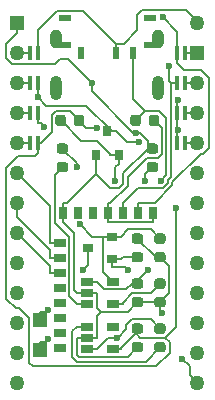
<source format=gbl>
G04 #@! TF.GenerationSoftware,KiCad,Pcbnew,(5.1.6)-1*
G04 #@! TF.CreationDate,2020-06-11T17:33:57+01:00*
G04 #@! TF.ProjectId,nrfmicro,6e72666d-6963-4726-9f2e-6b696361645f,rev?*
G04 #@! TF.SameCoordinates,Original*
G04 #@! TF.FileFunction,Copper,L2,Bot*
G04 #@! TF.FilePolarity,Positive*
%FSLAX46Y46*%
G04 Gerber Fmt 4.6, Leading zero omitted, Abs format (unit mm)*
G04 Created by KiCad (PCBNEW (5.1.6)-1) date 2020-06-11 17:33:57*
%MOMM*%
%LPD*%
G01*
G04 APERTURE LIST*
G04 #@! TA.AperFunction,SMDPad,CuDef*
%ADD10R,1.060000X0.650000*%
G04 #@! TD*
G04 #@! TA.AperFunction,ComponentPad*
%ADD11R,1.000000X0.650000*%
G04 #@! TD*
G04 #@! TA.AperFunction,ComponentPad*
%ADD12R,0.650000X1.000000*%
G04 #@! TD*
G04 #@! TA.AperFunction,ComponentPad*
%ADD13O,1.000000X2.100000*%
G04 #@! TD*
G04 #@! TA.AperFunction,ComponentPad*
%ADD14O,1.000000X1.600000*%
G04 #@! TD*
G04 #@! TA.AperFunction,ComponentPad*
%ADD15R,1.250000X1.250000*%
G04 #@! TD*
G04 #@! TA.AperFunction,ComponentPad*
%ADD16C,1.270000*%
G04 #@! TD*
G04 #@! TA.AperFunction,SMDPad,CuDef*
%ADD17R,1.270000X1.270000*%
G04 #@! TD*
G04 #@! TA.AperFunction,ComponentPad*
%ADD18R,1.270000X1.270000*%
G04 #@! TD*
G04 #@! TA.AperFunction,SMDPad,CuDef*
%ADD19R,1.000000X0.600000*%
G04 #@! TD*
G04 #@! TA.AperFunction,SMDPad,CuDef*
%ADD20R,1.100000X0.600000*%
G04 #@! TD*
G04 #@! TA.AperFunction,SMDPad,CuDef*
%ADD21R,0.600000X1.000000*%
G04 #@! TD*
G04 #@! TA.AperFunction,SMDPad,CuDef*
%ADD22R,0.800000X0.900000*%
G04 #@! TD*
G04 #@! TA.AperFunction,SMDPad,CuDef*
%ADD23R,0.400000X1.143000*%
G04 #@! TD*
G04 #@! TA.AperFunction,SMDPad,CuDef*
%ADD24R,0.900000X0.800000*%
G04 #@! TD*
G04 #@! TA.AperFunction,ViaPad*
%ADD25C,0.600000*%
G04 #@! TD*
G04 #@! TA.AperFunction,Conductor*
%ADD26C,0.200000*%
G04 #@! TD*
G04 APERTURE END LIST*
D10*
X104267000Y-137433000D03*
X104267000Y-135533000D03*
X102067000Y-135533000D03*
X102067000Y-136483000D03*
X102067000Y-137433000D03*
D11*
X99761000Y-128415000D03*
X99761000Y-129685000D03*
X99761000Y-130955000D03*
X99761000Y-132225000D03*
X99761000Y-133495000D03*
X99761000Y-134765000D03*
X99761000Y-136035000D03*
X99761000Y-137305000D03*
D12*
X106365000Y-125875000D03*
X107635000Y-125875000D03*
X102555000Y-125875000D03*
X105095000Y-125875000D03*
X101285000Y-125875000D03*
X100015000Y-125875000D03*
X103825000Y-125875000D03*
D13*
X108122000Y-115323000D03*
X99482000Y-115323000D03*
D14*
X108122000Y-111143000D03*
X99482000Y-111143000D03*
G04 #@! TA.AperFunction,SMDPad,CuDef*
G36*
G01*
X106598250Y-128513000D02*
X106085750Y-128513000D01*
G75*
G02*
X105867000Y-128294250I0J218750D01*
G01*
X105867000Y-127856750D01*
G75*
G02*
X106085750Y-127638000I218750J0D01*
G01*
X106598250Y-127638000D01*
G75*
G02*
X106817000Y-127856750I0J-218750D01*
G01*
X106817000Y-128294250D01*
G75*
G02*
X106598250Y-128513000I-218750J0D01*
G01*
G37*
G04 #@! TD.AperFunction*
G04 #@! TA.AperFunction,SMDPad,CuDef*
G36*
G01*
X106598250Y-130088000D02*
X106085750Y-130088000D01*
G75*
G02*
X105867000Y-129869250I0J218750D01*
G01*
X105867000Y-129431750D01*
G75*
G02*
X106085750Y-129213000I218750J0D01*
G01*
X106598250Y-129213000D01*
G75*
G02*
X106817000Y-129431750I0J-218750D01*
G01*
X106817000Y-129869250D01*
G75*
G02*
X106598250Y-130088000I-218750J0D01*
G01*
G37*
G04 #@! TD.AperFunction*
G04 #@! TA.AperFunction,SMDPad,CuDef*
G36*
G01*
X106085750Y-133023000D02*
X106598250Y-133023000D01*
G75*
G02*
X106817000Y-133241750I0J-218750D01*
G01*
X106817000Y-133679250D01*
G75*
G02*
X106598250Y-133898000I-218750J0D01*
G01*
X106085750Y-133898000D01*
G75*
G02*
X105867000Y-133679250I0J218750D01*
G01*
X105867000Y-133241750D01*
G75*
G02*
X106085750Y-133023000I218750J0D01*
G01*
G37*
G04 #@! TD.AperFunction*
G04 #@! TA.AperFunction,SMDPad,CuDef*
G36*
G01*
X106085750Y-131448000D02*
X106598250Y-131448000D01*
G75*
G02*
X106817000Y-131666750I0J-218750D01*
G01*
X106817000Y-132104250D01*
G75*
G02*
X106598250Y-132323000I-218750J0D01*
G01*
X106085750Y-132323000D01*
G75*
G02*
X105867000Y-132104250I0J218750D01*
G01*
X105867000Y-131666750D01*
G75*
G02*
X106085750Y-131448000I218750J0D01*
G01*
G37*
G04 #@! TD.AperFunction*
G04 #@! TA.AperFunction,SMDPad,CuDef*
G36*
G01*
X106085750Y-136833000D02*
X106598250Y-136833000D01*
G75*
G02*
X106817000Y-137051750I0J-218750D01*
G01*
X106817000Y-137489250D01*
G75*
G02*
X106598250Y-137708000I-218750J0D01*
G01*
X106085750Y-137708000D01*
G75*
G02*
X105867000Y-137489250I0J218750D01*
G01*
X105867000Y-137051750D01*
G75*
G02*
X106085750Y-136833000I218750J0D01*
G01*
G37*
G04 #@! TD.AperFunction*
G04 #@! TA.AperFunction,SMDPad,CuDef*
G36*
G01*
X106085750Y-135258000D02*
X106598250Y-135258000D01*
G75*
G02*
X106817000Y-135476750I0J-218750D01*
G01*
X106817000Y-135914250D01*
G75*
G02*
X106598250Y-136133000I-218750J0D01*
G01*
X106085750Y-136133000D01*
G75*
G02*
X105867000Y-135914250I0J218750D01*
G01*
X105867000Y-135476750D01*
G75*
G02*
X106085750Y-135258000I218750J0D01*
G01*
G37*
G04 #@! TD.AperFunction*
G04 #@! TA.AperFunction,SMDPad,CuDef*
G36*
G01*
X100277000Y-117811750D02*
X100277000Y-118324250D01*
G75*
G02*
X100058250Y-118543000I-218750J0D01*
G01*
X99620750Y-118543000D01*
G75*
G02*
X99402000Y-118324250I0J218750D01*
G01*
X99402000Y-117811750D01*
G75*
G02*
X99620750Y-117593000I218750J0D01*
G01*
X100058250Y-117593000D01*
G75*
G02*
X100277000Y-117811750I0J-218750D01*
G01*
G37*
G04 #@! TD.AperFunction*
G04 #@! TA.AperFunction,SMDPad,CuDef*
G36*
G01*
X101852000Y-117811750D02*
X101852000Y-118324250D01*
G75*
G02*
X101633250Y-118543000I-218750J0D01*
G01*
X101195750Y-118543000D01*
G75*
G02*
X100977000Y-118324250I0J218750D01*
G01*
X100977000Y-117811750D01*
G75*
G02*
X101195750Y-117593000I218750J0D01*
G01*
X101633250Y-117593000D01*
G75*
G02*
X101852000Y-117811750I0J-218750D01*
G01*
G37*
G04 #@! TD.AperFunction*
G04 #@! TA.AperFunction,SMDPad,CuDef*
G36*
G01*
X107327000Y-118324250D02*
X107327000Y-117811750D01*
G75*
G02*
X107545750Y-117593000I218750J0D01*
G01*
X107983250Y-117593000D01*
G75*
G02*
X108202000Y-117811750I0J-218750D01*
G01*
X108202000Y-118324250D01*
G75*
G02*
X107983250Y-118543000I-218750J0D01*
G01*
X107545750Y-118543000D01*
G75*
G02*
X107327000Y-118324250I0J218750D01*
G01*
G37*
G04 #@! TD.AperFunction*
G04 #@! TA.AperFunction,SMDPad,CuDef*
G36*
G01*
X105752000Y-118324250D02*
X105752000Y-117811750D01*
G75*
G02*
X105970750Y-117593000I218750J0D01*
G01*
X106408250Y-117593000D01*
G75*
G02*
X106627000Y-117811750I0J-218750D01*
G01*
X106627000Y-118324250D01*
G75*
G02*
X106408250Y-118543000I-218750J0D01*
G01*
X105970750Y-118543000D01*
G75*
G02*
X105752000Y-118324250I0J218750D01*
G01*
G37*
G04 #@! TD.AperFunction*
G04 #@! TA.AperFunction,SMDPad,CuDef*
G36*
G01*
X99735250Y-121593000D02*
X100247750Y-121593000D01*
G75*
G02*
X100466500Y-121811750I0J-218750D01*
G01*
X100466500Y-122249250D01*
G75*
G02*
X100247750Y-122468000I-218750J0D01*
G01*
X99735250Y-122468000D01*
G75*
G02*
X99516500Y-122249250I0J218750D01*
G01*
X99516500Y-121811750D01*
G75*
G02*
X99735250Y-121593000I218750J0D01*
G01*
G37*
G04 #@! TD.AperFunction*
G04 #@! TA.AperFunction,SMDPad,CuDef*
G36*
G01*
X99735250Y-120018000D02*
X100247750Y-120018000D01*
G75*
G02*
X100466500Y-120236750I0J-218750D01*
G01*
X100466500Y-120674250D01*
G75*
G02*
X100247750Y-120893000I-218750J0D01*
G01*
X99735250Y-120893000D01*
G75*
G02*
X99516500Y-120674250I0J218750D01*
G01*
X99516500Y-120236750D01*
G75*
G02*
X99735250Y-120018000I218750J0D01*
G01*
G37*
G04 #@! TD.AperFunction*
G04 #@! TA.AperFunction,SMDPad,CuDef*
G36*
G01*
X107868250Y-120893000D02*
X107355750Y-120893000D01*
G75*
G02*
X107137000Y-120674250I0J218750D01*
G01*
X107137000Y-120236750D01*
G75*
G02*
X107355750Y-120018000I218750J0D01*
G01*
X107868250Y-120018000D01*
G75*
G02*
X108087000Y-120236750I0J-218750D01*
G01*
X108087000Y-120674250D01*
G75*
G02*
X107868250Y-120893000I-218750J0D01*
G01*
G37*
G04 #@! TD.AperFunction*
G04 #@! TA.AperFunction,SMDPad,CuDef*
G36*
G01*
X107868250Y-122468000D02*
X107355750Y-122468000D01*
G75*
G02*
X107137000Y-122249250I0J218750D01*
G01*
X107137000Y-121811750D01*
G75*
G02*
X107355750Y-121593000I218750J0D01*
G01*
X107868250Y-121593000D01*
G75*
G02*
X108087000Y-121811750I0J-218750D01*
G01*
X108087000Y-122249250D01*
G75*
G02*
X107868250Y-122468000I-218750J0D01*
G01*
G37*
G04 #@! TD.AperFunction*
G04 #@! TA.AperFunction,SMDPad,CuDef*
G36*
G01*
X107990750Y-129213000D02*
X108503250Y-129213000D01*
G75*
G02*
X108722000Y-129431750I0J-218750D01*
G01*
X108722000Y-129869250D01*
G75*
G02*
X108503250Y-130088000I-218750J0D01*
G01*
X107990750Y-130088000D01*
G75*
G02*
X107772000Y-129869250I0J218750D01*
G01*
X107772000Y-129431750D01*
G75*
G02*
X107990750Y-129213000I218750J0D01*
G01*
G37*
G04 #@! TD.AperFunction*
G04 #@! TA.AperFunction,SMDPad,CuDef*
G36*
G01*
X107990750Y-127638000D02*
X108503250Y-127638000D01*
G75*
G02*
X108722000Y-127856750I0J-218750D01*
G01*
X108722000Y-128294250D01*
G75*
G02*
X108503250Y-128513000I-218750J0D01*
G01*
X107990750Y-128513000D01*
G75*
G02*
X107772000Y-128294250I0J218750D01*
G01*
X107772000Y-127856750D01*
G75*
G02*
X107990750Y-127638000I218750J0D01*
G01*
G37*
G04 #@! TD.AperFunction*
G04 #@! TA.AperFunction,SMDPad,CuDef*
G36*
G01*
X107990750Y-133023000D02*
X108503250Y-133023000D01*
G75*
G02*
X108722000Y-133241750I0J-218750D01*
G01*
X108722000Y-133679250D01*
G75*
G02*
X108503250Y-133898000I-218750J0D01*
G01*
X107990750Y-133898000D01*
G75*
G02*
X107772000Y-133679250I0J218750D01*
G01*
X107772000Y-133241750D01*
G75*
G02*
X107990750Y-133023000I218750J0D01*
G01*
G37*
G04 #@! TD.AperFunction*
G04 #@! TA.AperFunction,SMDPad,CuDef*
G36*
G01*
X107990750Y-131448000D02*
X108503250Y-131448000D01*
G75*
G02*
X108722000Y-131666750I0J-218750D01*
G01*
X108722000Y-132104250D01*
G75*
G02*
X108503250Y-132323000I-218750J0D01*
G01*
X107990750Y-132323000D01*
G75*
G02*
X107772000Y-132104250I0J218750D01*
G01*
X107772000Y-131666750D01*
G75*
G02*
X107990750Y-131448000I218750J0D01*
G01*
G37*
G04 #@! TD.AperFunction*
G04 #@! TA.AperFunction,SMDPad,CuDef*
G36*
G01*
X107990750Y-136833000D02*
X108503250Y-136833000D01*
G75*
G02*
X108722000Y-137051750I0J-218750D01*
G01*
X108722000Y-137489250D01*
G75*
G02*
X108503250Y-137708000I-218750J0D01*
G01*
X107990750Y-137708000D01*
G75*
G02*
X107772000Y-137489250I0J218750D01*
G01*
X107772000Y-137051750D01*
G75*
G02*
X107990750Y-136833000I218750J0D01*
G01*
G37*
G04 #@! TD.AperFunction*
G04 #@! TA.AperFunction,SMDPad,CuDef*
G36*
G01*
X107990750Y-135258000D02*
X108503250Y-135258000D01*
G75*
G02*
X108722000Y-135476750I0J-218750D01*
G01*
X108722000Y-135914250D01*
G75*
G02*
X108503250Y-136133000I-218750J0D01*
G01*
X107990750Y-136133000D01*
G75*
G02*
X107772000Y-135914250I0J218750D01*
G01*
X107772000Y-135476750D01*
G75*
G02*
X107990750Y-135258000I218750J0D01*
G01*
G37*
G04 #@! TD.AperFunction*
D15*
X111422000Y-112353000D03*
D16*
X111422000Y-114893000D03*
X111422000Y-117433000D03*
X111422000Y-119973000D03*
X111422000Y-122513000D03*
X111422000Y-125053000D03*
X111422000Y-127593000D03*
X111422000Y-130133000D03*
X111422000Y-132673000D03*
X111422000Y-135213000D03*
X111422000Y-137753000D03*
X111422000Y-140293000D03*
X96182000Y-140293000D03*
X96182000Y-137753000D03*
X96182000Y-135213000D03*
X96182000Y-132673000D03*
X96182000Y-130133000D03*
X96182000Y-127593000D03*
X96182000Y-125053000D03*
X96182000Y-122513000D03*
X96182000Y-119973000D03*
X96182000Y-117433000D03*
X96182000Y-114893000D03*
X96182000Y-112353000D03*
D17*
X98086533Y-134958775D03*
X98086533Y-137498775D03*
D16*
X111421533Y-109812775D03*
D18*
X96181533Y-109812775D03*
D19*
X107402000Y-111671000D03*
D20*
X107402000Y-109385000D03*
X100202000Y-111671000D03*
D21*
X104502000Y-112378000D03*
X106002000Y-112378000D03*
X101602000Y-112378000D03*
D19*
X100202000Y-109385000D03*
D22*
X103802000Y-118973000D03*
X102852000Y-120973000D03*
X104752000Y-120973000D03*
D23*
X97261000Y-117433000D03*
X97896000Y-117433000D03*
X110342500Y-119973000D03*
X109707500Y-119973000D03*
X97261000Y-112353000D03*
X97896000Y-112353000D03*
X97261000Y-114893000D03*
X97896000Y-114893000D03*
X110342500Y-114893000D03*
X109707500Y-114893000D03*
X110342500Y-117433000D03*
X109707500Y-117433000D03*
X97261000Y-119973000D03*
X97896000Y-119973000D03*
X110342500Y-112353000D03*
X109707500Y-112353000D03*
D24*
X104167000Y-127913000D03*
X104167000Y-129813000D03*
X102167000Y-128863000D03*
D10*
X102067000Y-133623000D03*
X102067000Y-132673000D03*
X102067000Y-131723000D03*
X104267000Y-131723000D03*
X104267000Y-133623000D03*
D25*
X106197500Y-119102400D03*
X108458900Y-134401900D03*
X102479500Y-114924000D03*
X102893700Y-118678400D03*
X109642300Y-125517500D03*
X98467500Y-118632700D03*
X101443700Y-126875400D03*
X107249200Y-130732700D03*
X110151533Y-138260775D03*
X109044900Y-113484000D03*
X108490000Y-109335200D03*
X108303500Y-123155600D03*
X101718800Y-130748800D03*
X107020600Y-123163600D03*
X101199200Y-121968600D03*
X98804200Y-136612900D03*
X98808400Y-134076700D03*
X104470300Y-123161800D03*
X97897400Y-116103300D03*
X106450200Y-119902800D03*
X109810900Y-118869200D03*
X109810900Y-116348300D03*
X104575500Y-136471700D03*
X105506900Y-130741900D03*
D26*
X102852000Y-122613500D02*
X104000600Y-123762100D01*
X104000600Y-123762100D02*
X104786000Y-123762100D01*
X104786000Y-123762100D02*
X105137600Y-123410500D01*
X105137600Y-123410500D02*
X105137600Y-122544700D01*
X105137600Y-122544700D02*
X107226800Y-120455500D01*
X100015000Y-126675300D02*
X100965300Y-127625600D01*
X100965300Y-127625600D02*
X100965300Y-132401600D01*
X100965300Y-132401600D02*
X101236700Y-132673000D01*
X102479500Y-114924000D02*
X102479500Y-115572800D01*
X102479500Y-115572800D02*
X106009100Y-119102400D01*
X106009100Y-119102400D02*
X106197500Y-119102400D01*
X107226800Y-120455500D02*
X107226800Y-119782300D01*
X107226800Y-119782300D02*
X106546900Y-119102400D01*
X106546900Y-119102400D02*
X106197500Y-119102400D01*
X107226800Y-120455500D02*
X107612000Y-120455500D01*
X102852000Y-122613500D02*
X100390800Y-125074700D01*
X100390800Y-125074700D02*
X100015000Y-125074700D01*
X102852000Y-121723300D02*
X102852000Y-122613500D01*
X108247000Y-133460500D02*
X109023200Y-132684300D01*
X109023200Y-132684300D02*
X109023200Y-130426700D01*
X109023200Y-130426700D02*
X108247000Y-129650500D01*
X108247000Y-133460500D02*
X108247000Y-134190000D01*
X108247000Y-134190000D02*
X108458900Y-134401900D01*
X103243200Y-134254400D02*
X102897300Y-134600300D01*
X102897300Y-134600300D02*
X102897300Y-136483000D01*
X102897300Y-132673000D02*
X102897300Y-133908500D01*
X102897300Y-133908500D02*
X103243200Y-134254400D01*
X103243200Y-134254400D02*
X105548100Y-134254400D01*
X105548100Y-134254400D02*
X106342000Y-133460500D01*
X102067000Y-136483000D02*
X102897300Y-136483000D01*
X102067000Y-136483000D02*
X101236700Y-136483000D01*
X106342000Y-137270500D02*
X105530800Y-138081700D01*
X105530800Y-138081700D02*
X101429600Y-138081700D01*
X101429600Y-138081700D02*
X101236700Y-137888800D01*
X101236700Y-137888800D02*
X101236700Y-136483000D01*
X102067000Y-132673000D02*
X102897300Y-132673000D01*
X101651900Y-132673000D02*
X102067000Y-132673000D01*
X108247000Y-129650500D02*
X107917000Y-129650500D01*
X107917000Y-129650500D02*
X106342000Y-128075500D01*
X102479500Y-114924000D02*
X100457200Y-112901700D01*
X100457200Y-112901700D02*
X99786800Y-112901700D01*
X99786800Y-112901700D02*
X99392400Y-113296100D01*
X99392400Y-113296100D02*
X95760100Y-113296100D01*
X95760100Y-113296100D02*
X95246700Y-112782700D01*
X95246700Y-112782700D02*
X95246700Y-111556600D01*
X95246700Y-111556600D02*
X96182000Y-110621300D01*
X100015000Y-125875000D02*
X100015000Y-125074700D01*
X101651900Y-132673000D02*
X101236700Y-132673000D01*
X100015000Y-125875000D02*
X100015000Y-126675300D01*
X106342000Y-133460500D02*
X108247000Y-133460500D01*
X102852000Y-120973000D02*
X102852000Y-121723300D01*
X96182000Y-109686000D02*
X96182000Y-110621300D01*
X101414500Y-118068000D02*
X102024900Y-118678400D01*
X102024900Y-118678400D02*
X102893700Y-118678400D01*
X98179900Y-119973000D02*
X99067800Y-119085100D01*
X99067800Y-119085100D02*
X99067800Y-117598700D01*
X99067800Y-117598700D02*
X99408300Y-117258200D01*
X99408300Y-117258200D02*
X100604700Y-117258200D01*
X100604700Y-117258200D02*
X101414500Y-118068000D01*
X108694400Y-136483000D02*
X109642300Y-135535100D01*
X109642300Y-135535100D02*
X109642300Y-125517500D01*
X108694400Y-136483000D02*
X109059300Y-136847900D01*
X109059300Y-136847900D02*
X109059300Y-137741100D01*
X109059300Y-137741100D02*
X107905000Y-138895400D01*
X107905000Y-138895400D02*
X97468900Y-138895400D01*
X97468900Y-138895400D02*
X97151100Y-138577600D01*
X97151100Y-138577600D02*
X97151100Y-134831500D01*
X97151100Y-134831500D02*
X96288200Y-133968600D01*
X96288200Y-133968600D02*
X96027700Y-133968600D01*
X96027700Y-133968600D02*
X95241200Y-133182100D01*
X95241200Y-133182100D02*
X95241200Y-122130900D01*
X95241200Y-122130900D02*
X96263700Y-121108400D01*
X96263700Y-121108400D02*
X97632400Y-121108400D01*
X97632400Y-121108400D02*
X97896000Y-120844800D01*
X106213200Y-136105100D02*
X106591100Y-136483000D01*
X106591100Y-136483000D02*
X108694400Y-136483000D01*
X106342000Y-135695500D02*
X106213200Y-135824300D01*
X106213200Y-135824300D02*
X106213200Y-136105100D01*
X106213200Y-136105100D02*
X104978900Y-137339400D01*
X104978900Y-137339400D02*
X104978900Y-137433000D01*
X97896000Y-119973000D02*
X97896000Y-120844800D01*
X104267000Y-137433000D02*
X104978900Y-137433000D01*
X98156300Y-119973000D02*
X98179900Y-119973000D01*
X98049700Y-119973000D02*
X98156300Y-119973000D01*
X97896000Y-119973000D02*
X98049700Y-119973000D01*
X97896000Y-117433000D02*
X97896000Y-118304800D01*
X98467500Y-118632700D02*
X98139600Y-118304800D01*
X98139600Y-118304800D02*
X97896000Y-118304800D01*
X103416600Y-127913000D02*
X103416600Y-130872600D01*
X103416600Y-130872600D02*
X104267000Y-131723000D01*
X104167000Y-127913000D02*
X104917300Y-127913000D01*
X104917300Y-127913000D02*
X105545300Y-127285000D01*
X105545300Y-127285000D02*
X107456500Y-127285000D01*
X107456500Y-127285000D02*
X108247000Y-128075500D01*
X103416600Y-127913000D02*
X104167000Y-127913000D01*
X103416600Y-127913000D02*
X102481300Y-127913000D01*
X102481300Y-127913000D02*
X101443700Y-126875400D01*
X102897300Y-131723000D02*
X103522700Y-132348400D01*
X103522700Y-132348400D02*
X105392700Y-132348400D01*
X105392700Y-132348400D02*
X105855600Y-131885500D01*
X105855600Y-131885500D02*
X106342000Y-131885500D01*
X111422000Y-109686000D02*
X110470800Y-108734800D01*
X110470800Y-108734800D02*
X106744000Y-108734800D01*
X106744000Y-108734800D02*
X106338600Y-109140200D01*
X106338600Y-109140200D02*
X106338600Y-110441400D01*
X106338600Y-110441400D02*
X105202300Y-111577700D01*
X105202300Y-111577700D02*
X104502000Y-111577700D01*
X102067000Y-131723000D02*
X102897300Y-131723000D01*
X97896000Y-112353000D02*
X97896000Y-110419400D01*
X97896000Y-110419400D02*
X99530800Y-108784600D01*
X99530800Y-108784600D02*
X101708900Y-108784600D01*
X101708900Y-108784600D02*
X104502000Y-111577700D01*
X104502000Y-112378000D02*
X104502000Y-111577700D01*
X106342000Y-131885500D02*
X106342000Y-131639900D01*
X106342000Y-131639900D02*
X107249200Y-130732700D01*
X110151533Y-138260775D02*
X110786533Y-138895775D01*
X110786533Y-139657533D02*
X111422000Y-140293000D01*
X110786533Y-138895775D02*
X110786533Y-139657533D01*
X99761000Y-130955000D02*
X98960700Y-130955000D01*
X98960700Y-130955000D02*
X98960700Y-130371700D01*
X98960700Y-130371700D02*
X96182000Y-127593000D01*
X96182000Y-122513000D02*
X98960700Y-125291700D01*
X98960700Y-125291700D02*
X98960700Y-128415000D01*
X99761000Y-128415000D02*
X98960700Y-128415000D01*
X99761000Y-129685000D02*
X98960700Y-129685000D01*
X98960700Y-129685000D02*
X98960700Y-129048700D01*
X98960700Y-129048700D02*
X96182000Y-126270000D01*
X96182000Y-126270000D02*
X96182000Y-125053000D01*
X105095000Y-125074700D02*
X106405800Y-123763900D01*
X106405800Y-123763900D02*
X108544200Y-123763900D01*
X108544200Y-123763900D02*
X108903800Y-123404300D01*
X108903800Y-123404300D02*
X108903800Y-123132100D01*
X108903800Y-123132100D02*
X109207200Y-122828700D01*
X109207200Y-122828700D02*
X109207200Y-114893100D01*
X109207200Y-114893100D02*
X109207300Y-114893000D01*
X109207300Y-114893000D02*
X109044900Y-114730600D01*
X109044900Y-114730600D02*
X109044900Y-113484000D01*
X109707500Y-114893000D02*
X109207300Y-114893000D01*
X105095000Y-125875000D02*
X105095000Y-125074700D01*
X106365000Y-125074700D02*
X107799500Y-125074700D01*
X107799500Y-125074700D02*
X109304100Y-123570100D01*
X109304100Y-123570100D02*
X109304100Y-123297900D01*
X109304100Y-123297900D02*
X111693600Y-120908400D01*
X111693600Y-120908400D02*
X111871800Y-120908400D01*
X111871800Y-120908400D02*
X112365800Y-120414400D01*
X112365800Y-120414400D02*
X112365800Y-114487800D01*
X112365800Y-114487800D02*
X111706200Y-113828200D01*
X111706200Y-113828200D02*
X110310900Y-113828200D01*
X110310900Y-113828200D02*
X109707500Y-113224800D01*
X109707500Y-112353000D02*
X109707500Y-110552700D01*
X109707500Y-110552700D02*
X108490000Y-109335200D01*
X106365000Y-125875000D02*
X106365000Y-125074700D01*
X109707500Y-112353000D02*
X109707500Y-113224800D01*
X102167000Y-129563300D02*
X102167000Y-130300600D01*
X102167000Y-130300600D02*
X101718800Y-130748800D01*
X107016600Y-117240900D02*
X108165700Y-117240900D01*
X108165700Y-117240900D02*
X108797000Y-117872200D01*
X108797000Y-117872200D02*
X108797000Y-122662100D01*
X108797000Y-122662100D02*
X108303500Y-123155600D01*
X102167000Y-128863000D02*
X102167000Y-129563300D01*
X107016600Y-117240900D02*
X106189500Y-118068000D01*
X106002000Y-112378000D02*
X106002000Y-116226300D01*
X106002000Y-116226300D02*
X107016600Y-117240900D01*
X110342500Y-112353000D02*
X111422000Y-112353000D01*
X110342500Y-114893000D02*
X111422000Y-114893000D01*
X110342500Y-117433000D02*
X111422000Y-117433000D01*
X110342500Y-119973000D02*
X111422000Y-119973000D01*
X97261000Y-119973000D02*
X96182000Y-119973000D01*
X97261000Y-117433000D02*
X96182000Y-117433000D01*
X97261000Y-114893000D02*
X96182000Y-114893000D01*
X97261000Y-112353000D02*
X96182000Y-112353000D01*
X107612000Y-122030500D02*
X107020600Y-122621900D01*
X107020600Y-122621900D02*
X107020600Y-123163600D01*
X99991500Y-120455500D02*
X101199200Y-121663200D01*
X101199200Y-121663200D02*
X101199200Y-121968600D01*
X102067000Y-133623000D02*
X101236700Y-133623000D01*
X101236700Y-133623000D02*
X100563000Y-132949300D01*
X100563000Y-132949300D02*
X100563000Y-127965000D01*
X100563000Y-127965000D02*
X99375500Y-126777500D01*
X99375500Y-126777500D02*
X99375500Y-122646500D01*
X99375500Y-122646500D02*
X99991500Y-122030500D01*
X98086500Y-136817700D02*
X98599400Y-136817700D01*
X98599400Y-136817700D02*
X98804200Y-136612900D01*
X98086500Y-137753000D02*
X98086500Y-136817700D01*
X98086500Y-134277700D02*
X98607400Y-134277700D01*
X98607400Y-134277700D02*
X98808400Y-134076700D01*
X98086500Y-135213000D02*
X98086500Y-134277700D01*
X104752000Y-121723300D02*
X104470300Y-122005000D01*
X104470300Y-122005000D02*
X104470300Y-123161800D01*
X99839500Y-118068000D02*
X101538500Y-119767000D01*
X101538500Y-119767000D02*
X102933200Y-119767000D01*
X102933200Y-119767000D02*
X104051700Y-120885500D01*
X104051700Y-120885500D02*
X104051700Y-120973000D01*
X104752000Y-120973000D02*
X104051700Y-120973000D01*
X104752000Y-121126200D02*
X104752000Y-120973000D01*
X104752000Y-121126200D02*
X104752000Y-121723300D01*
X104502300Y-118973000D02*
X105432100Y-119902800D01*
X105432100Y-119902800D02*
X106450200Y-119902800D01*
X104152200Y-118973000D02*
X101990800Y-116811600D01*
X101990800Y-116811600D02*
X98605700Y-116811600D01*
X98605700Y-116811600D02*
X97897400Y-116103300D01*
X97897400Y-116103300D02*
X97897400Y-115766200D01*
X97897400Y-115766200D02*
X97896000Y-115764800D01*
X97896000Y-114893000D02*
X97896000Y-115764800D01*
X104152200Y-118973000D02*
X104502300Y-118973000D01*
X103802000Y-118973000D02*
X104152200Y-118973000D01*
X109707500Y-118869200D02*
X109707500Y-118304800D01*
X109707500Y-119973000D02*
X109707500Y-118869200D01*
X109707500Y-118869200D02*
X109810900Y-118869200D01*
X109707500Y-117433000D02*
X109707500Y-116561200D01*
X109707500Y-116561200D02*
X109810900Y-116457800D01*
X109810900Y-116457800D02*
X109810900Y-116348300D01*
X109707500Y-117868900D02*
X109707500Y-117433000D01*
X109707500Y-117868900D02*
X109707500Y-118304800D01*
X108247000Y-137270500D02*
X107035500Y-138482000D01*
X107035500Y-138482000D02*
X101263800Y-138482000D01*
X101263800Y-138482000D02*
X100836400Y-138054600D01*
X100836400Y-138054600D02*
X100836400Y-135933300D01*
X100836400Y-135933300D02*
X101236700Y-135533000D01*
X102067000Y-135533000D02*
X101236700Y-135533000D01*
X105097300Y-133623000D02*
X105097300Y-133483300D01*
X105097300Y-133483300D02*
X105907600Y-132673000D01*
X105907600Y-132673000D02*
X107459500Y-132673000D01*
X107459500Y-132673000D02*
X108247000Y-131885500D01*
X104267000Y-133623000D02*
X105097300Y-133623000D01*
X104167000Y-130513300D02*
X105278300Y-130513300D01*
X105278300Y-130513300D02*
X105506900Y-130741900D01*
X104167000Y-129813000D02*
X104167000Y-130513300D01*
X108247000Y-135695500D02*
X107460500Y-134909000D01*
X107460500Y-134909000D02*
X105847300Y-134909000D01*
X105847300Y-134909000D02*
X105412000Y-135344300D01*
X105412000Y-135344300D02*
X105412000Y-135726500D01*
X105412000Y-135726500D02*
X104666800Y-136471700D01*
X104666800Y-136471700D02*
X104575500Y-136471700D01*
X102897300Y-137433000D02*
X103858600Y-136471700D01*
X103858600Y-136471700D02*
X104575500Y-136471700D01*
X102067000Y-137433000D02*
X102897300Y-137433000D01*
X104917300Y-129813000D02*
X105079800Y-129650500D01*
X105079800Y-129650500D02*
X106342000Y-129650500D01*
X104167000Y-129813000D02*
X104917300Y-129813000D01*
X103825000Y-125074700D02*
X104039500Y-125074700D01*
X104039500Y-125074700D02*
X105537900Y-123576300D01*
X105537900Y-123576300D02*
X105537900Y-122858300D01*
X105537900Y-122858300D02*
X107153200Y-121243000D01*
X107153200Y-121243000D02*
X108048700Y-121243000D01*
X108048700Y-121243000D02*
X108396600Y-120895100D01*
X108396600Y-120895100D02*
X108396600Y-118700100D01*
X108396600Y-118700100D02*
X107764500Y-118068000D01*
X103825000Y-125875000D02*
X103825000Y-125074700D01*
X103825000Y-125875000D02*
X103825000Y-126675300D01*
X107635000Y-125875000D02*
X107635000Y-126675300D01*
X103825000Y-126675300D02*
X107635000Y-126675300D01*
M02*

</source>
